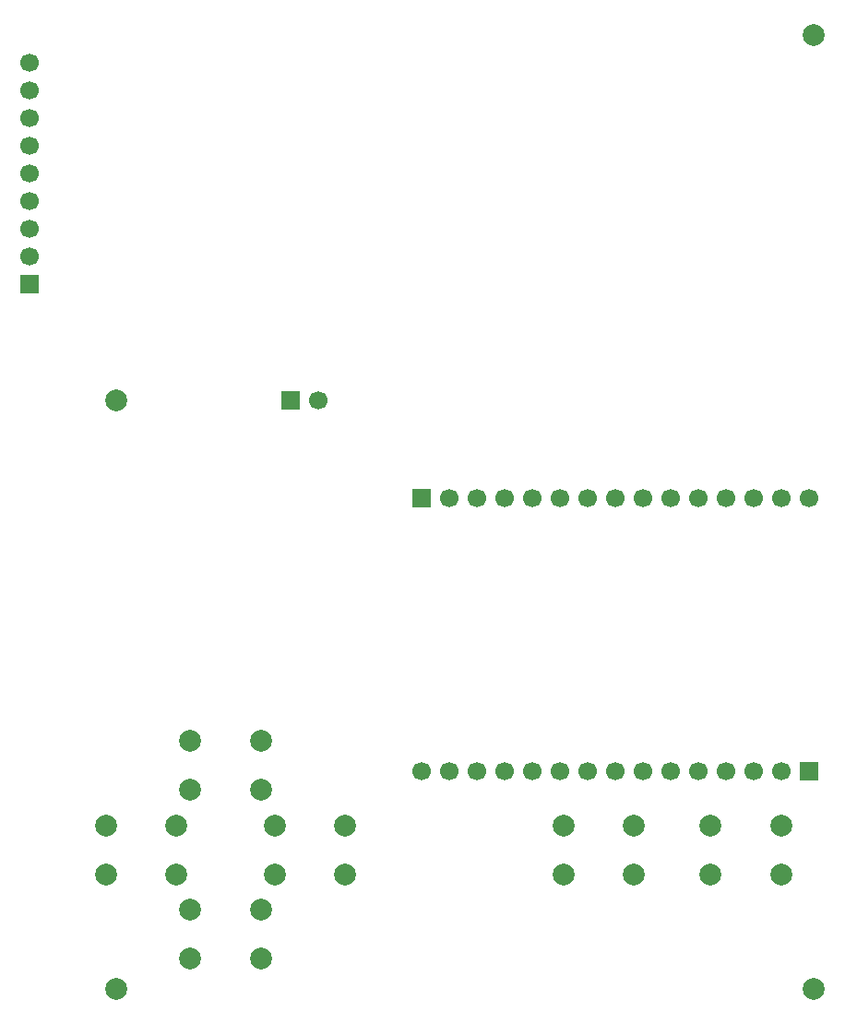
<source format=gbr>
%TF.GenerationSoftware,KiCad,Pcbnew,9.0.2*%
%TF.CreationDate,2025-08-31T18:29:42+02:00*%
%TF.ProjectId,PocketGamePCB,506f636b-6574-4476-916d-655043422e6b,rev?*%
%TF.SameCoordinates,Original*%
%TF.FileFunction,Soldermask,Top*%
%TF.FilePolarity,Negative*%
%FSLAX46Y46*%
G04 Gerber Fmt 4.6, Leading zero omitted, Abs format (unit mm)*
G04 Created by KiCad (PCBNEW 9.0.2) date 2025-08-31 18:29:42*
%MOMM*%
%LPD*%
G01*
G04 APERTURE LIST*
%ADD10R,1.700000X1.700000*%
%ADD11C,1.700000*%
%ADD12C,2.000000*%
G04 APERTURE END LIST*
D10*
%TO.C,buttonpins*%
X202550000Y-120000000D03*
D11*
X200010000Y-120000000D03*
X197470000Y-120000000D03*
X194930000Y-120000000D03*
X192390000Y-120000000D03*
X189850000Y-120000000D03*
X187310000Y-120000000D03*
X184770000Y-120000000D03*
X182230000Y-120000000D03*
X179690000Y-120000000D03*
X177150000Y-120000000D03*
X174610000Y-120000000D03*
X172070000Y-120000000D03*
X169530000Y-120000000D03*
X166990000Y-120000000D03*
%TD*%
D12*
%TO.C,UP*%
X145750000Y-117250000D03*
X152250000Y-117250000D03*
X145750000Y-121750000D03*
X152250000Y-121750000D03*
%TD*%
%TO.C,REF\u002A\u002A*%
X139000000Y-140000000D03*
%TD*%
%TO.C,LEFT*%
X138000000Y-125000000D03*
X144500000Y-125000000D03*
X138000000Y-129500000D03*
X144500000Y-129500000D03*
%TD*%
%TO.C,RIGHT*%
X153500000Y-125000000D03*
X160000000Y-125000000D03*
X153500000Y-129500000D03*
X160000000Y-129500000D03*
%TD*%
%TO.C,DOWN*%
X145750000Y-132750000D03*
X152250000Y-132750000D03*
X145750000Y-137250000D03*
X152250000Y-137250000D03*
%TD*%
%TO.C,A_btn*%
X180000000Y-125000000D03*
X186500000Y-125000000D03*
X180000000Y-129500000D03*
X186500000Y-129500000D03*
%TD*%
D10*
%TO.C,J2*%
X131000000Y-75320000D03*
D11*
X131000000Y-72780000D03*
X131000000Y-70240000D03*
X131000000Y-67700000D03*
X131000000Y-65160000D03*
X131000000Y-62620000D03*
X131000000Y-60080000D03*
X131000000Y-57540000D03*
X131000000Y-55000000D03*
%TD*%
D10*
%TO.C,J1*%
X167000000Y-95000000D03*
D11*
X169540000Y-95000000D03*
X172080000Y-95000000D03*
X174620000Y-95000000D03*
X177160000Y-95000000D03*
X179700000Y-95000000D03*
X182240000Y-95000000D03*
X184780000Y-95000000D03*
X187320000Y-95000000D03*
X189860000Y-95000000D03*
X192400000Y-95000000D03*
X194940000Y-95000000D03*
X197480000Y-95000000D03*
X200020000Y-95000000D03*
X202560000Y-95000000D03*
%TD*%
D12*
%TO.C,REF\u002A\u002A*%
X203000000Y-52500000D03*
%TD*%
D10*
%TO.C,5v*%
X155000000Y-86000000D03*
D11*
X157540000Y-86000000D03*
%TD*%
D12*
%TO.C,REF\u002A\u002A*%
X139000000Y-86000000D03*
%TD*%
%TO.C,REF\u002A\u002A*%
X203000000Y-140000000D03*
%TD*%
%TO.C,B_btn*%
X193500000Y-125000000D03*
X200000000Y-125000000D03*
X193500000Y-129500000D03*
X200000000Y-129500000D03*
%TD*%
M02*

</source>
